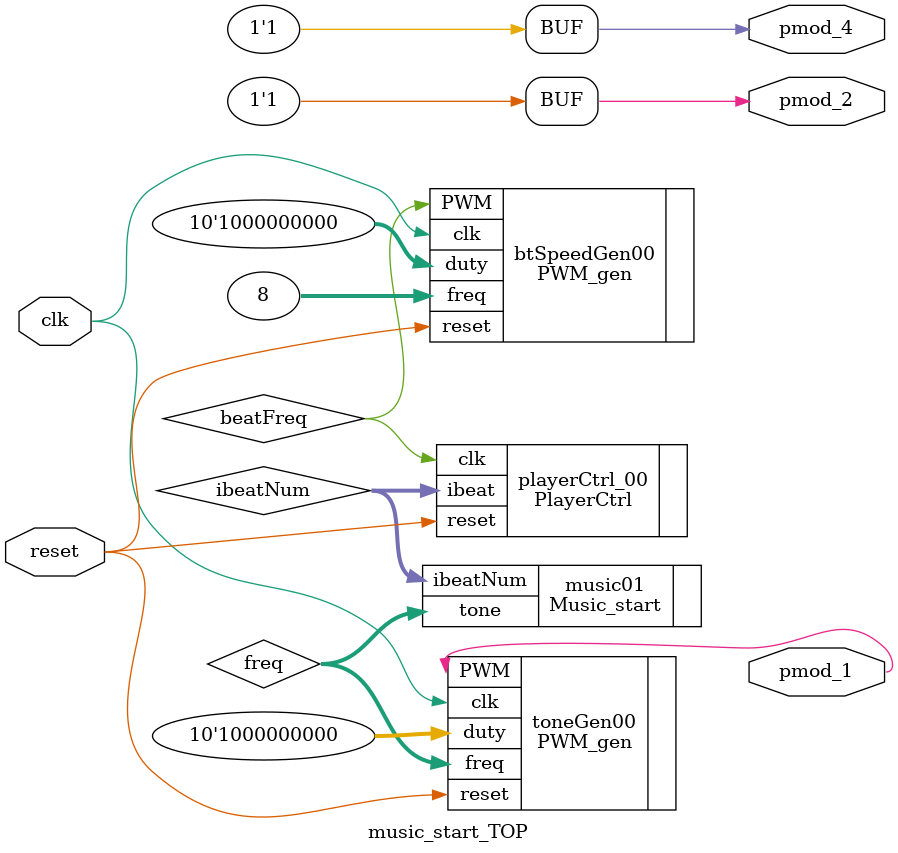
<source format=v>

module music_start_TOP (
	input clk,
	input reset,
	output pmod_1,
	output pmod_2,
	output pmod_4
);
parameter BEAT_FREQ = 32'd8;	//one beat=0.125sec
parameter DUTY_BEST = 10'd512;	//duty cycle=50%

wire [31:0] freq;
wire [7:0] ibeatNum;
wire beatFreq;

assign pmod_2 = 1'd1;	//no gain(6dB)
assign pmod_4 = 1'd1;	//turn-on

//Generate beat speed
PWM_gen btSpeedGen00 ( .clk(clk), 
					 .reset(reset),
					 .freq(BEAT_FREQ),
					 .duty(DUTY_BEST), 
					 .PWM(beatFreq)
);
	
//manipulate beat
PlayerCtrl playerCtrl_00 ( .clk(beatFreq),
						   .reset(reset),
						   .ibeat(ibeatNum)
);	
	
//Generate variant freq. of tones
Music_start music01 ( .ibeatNum(ibeatNum),
				.tone(freq)
);

// Generate particular freq. signal
PWM_gen toneGen00 ( .clk(clk), 
				  .reset(reset), 
				  .freq(freq),
				  .duty(DUTY_BEST), 
				  .PWM(pmod_1)
);
endmodule
</source>
